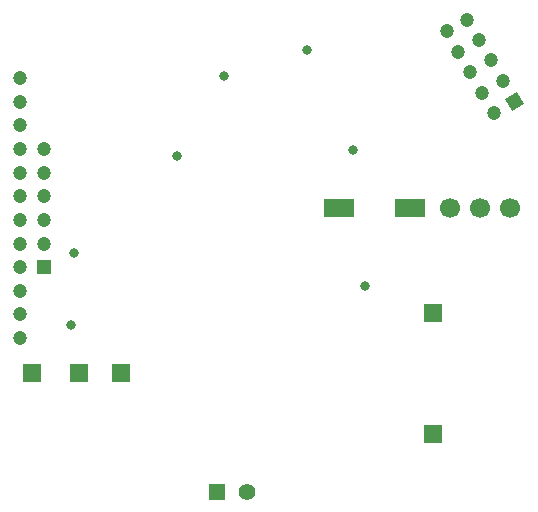
<source format=gbr>
%FSLAX46Y46*%
G04 Gerber Fmt 4.6, Leading zero omitted, Abs format (unit mm)*
G04 Created by KiCad (PCBNEW (2014-jul-16 BZR unknown)-product) date Tue 19 Aug 2014 14:32:49 CST*
%MOMM*%
G01*
G04 APERTURE LIST*
%ADD10C,0.150000*%
%ADD11R,1.397000X1.397000*%
%ADD12C,1.397000*%
%ADD13C,1.700000*%
%ADD14R,2.500000X1.500000*%
%ADD15C,1.200000*%
%ADD16R,1.200000X1.200000*%
%ADD17R,1.500000X1.500000*%
%ADD18C,0.800000*%
G04 APERTURE END LIST*
D10*
D11*
X198730000Y-124000000D03*
D12*
X201270000Y-124000000D03*
D13*
X223500000Y-100000000D03*
X220960000Y-100000000D03*
X218420000Y-100000000D03*
D14*
X209000000Y-100000000D03*
X215000000Y-100000000D03*
D15*
X184000000Y-101000000D03*
X184000000Y-103000000D03*
D16*
X184000000Y-105000000D03*
D15*
X184000000Y-99000000D03*
X184000000Y-97000000D03*
X184000000Y-95000000D03*
X182000000Y-95000000D03*
X182000000Y-97000000D03*
X182000000Y-99000000D03*
X182000000Y-101000000D03*
X182000000Y-103000000D03*
X182000000Y-105000000D03*
X221866025Y-87500000D03*
X222866025Y-89232051D03*
D10*
G36*
X224685640Y-91183717D02*
X223646410Y-91783717D01*
X223046410Y-90744487D01*
X224085640Y-90144487D01*
X224685640Y-91183717D01*
X224685640Y-91183717D01*
G37*
D15*
X220866025Y-85767949D03*
X219866025Y-84035898D03*
X218133975Y-85035898D03*
X219133975Y-86767949D03*
X220133975Y-88500000D03*
X221133975Y-90232051D03*
X222133975Y-91964102D03*
X182000000Y-89000000D03*
X182000000Y-91000000D03*
X182000000Y-93000000D03*
X182000000Y-107000000D03*
X182000000Y-109000000D03*
X182000000Y-111000000D03*
D17*
X183000000Y-114000000D03*
X187000000Y-114000000D03*
X190600000Y-114000000D03*
X217000000Y-119100000D03*
X217000000Y-108900000D03*
D18*
X186600000Y-103800000D03*
X199300000Y-88800000D03*
X210200000Y-95100000D03*
X195300000Y-95600000D03*
X211200000Y-106600000D03*
X186300000Y-109900000D03*
X206300000Y-86600000D03*
M02*

</source>
